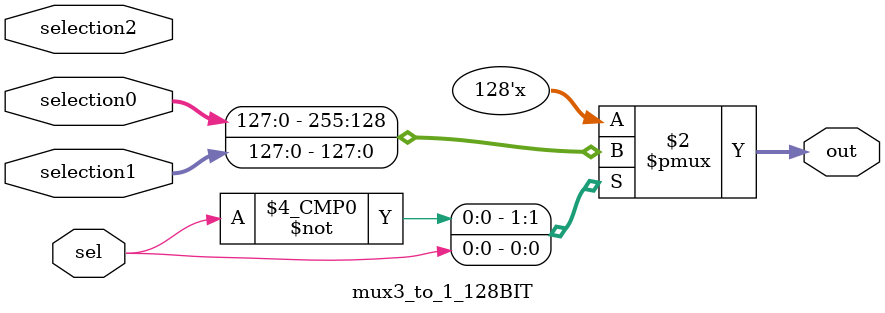
<source format=sv>



module mux3_to_1_128BIT(out,selection0,selection1,selection2,sel); // signal multiplexing between 3 128-Bit words.

output logic [127:0] out;
input [127:0] selection0;
input [127:0] selection1;
input [127:0] selection2;

input sel;

always @(selection0 or selection1 or selection2 or sel) begin
  
 	case (sel) 
	0: out <= selection0;
	1: out <= selection1; 
	2: out <=selection2;
	endcase;
 
end
endmodule

</source>
